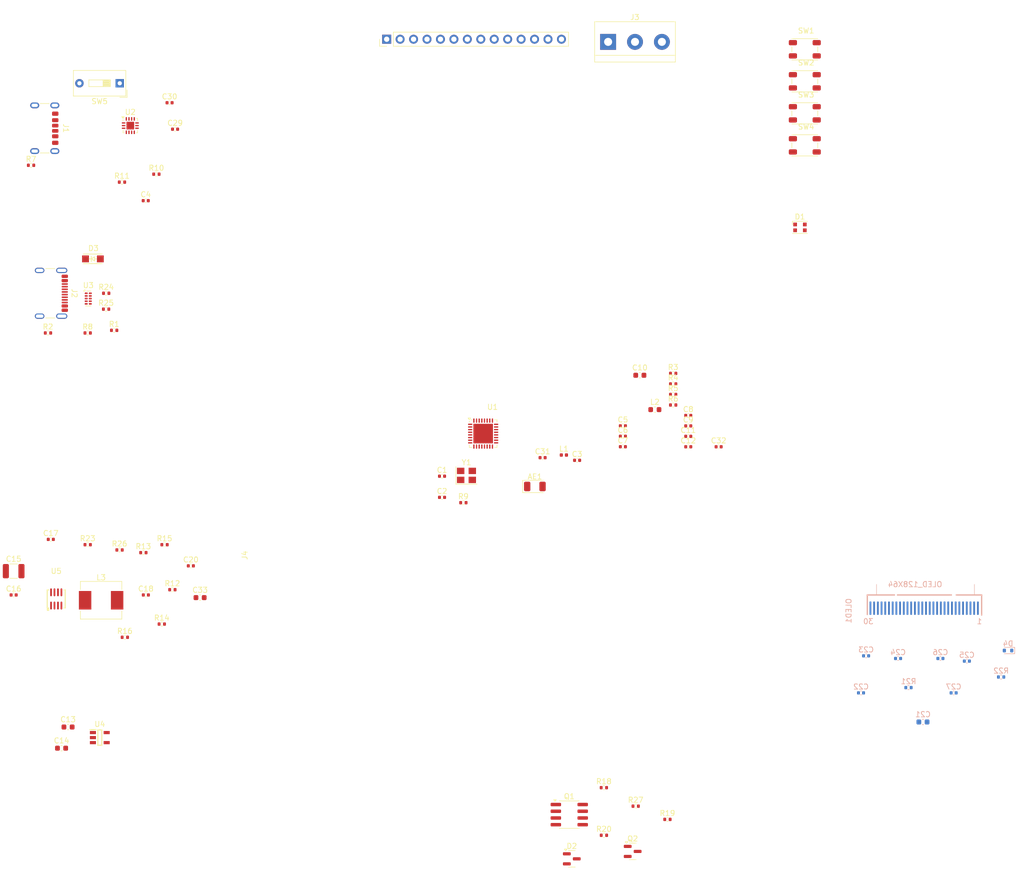
<source format=kicad_pcb>
(kicad_pcb (version 20240108) (generator "pcbnew") (generator_version "8.0")
  (layers (0 "F.Cu" signal) (1 "In1.Cu" signal) (2 "In2.Cu" signal) (31 "B.Cu" signal) (34 "B.Paste" user) (35 "F.Paste" user) (36 "B.SilkS" user "B.Silkscreen") (37 "F.SilkS" user "F.Silkscreen") (38 "B.Mask" user) (39 "F.Mask" user) (44 "Edge.Cuts" user))
  (net 0 "")
  (net 2 "Net-(AE1-FEED)")
  (net 3 "Net-(C1-Pad1)")
  (net 4 "GND")
  (net 5 "Net-(U1-XTAL_N)")
  (net 6 "ANT")
  (net 7 "ADC_VBUS")
  (net 8 "ESP_EN")
  (net 9 "VCC")
  (net 10 "Net-(C12-Pad2)")
  (net 11 "+5V")
  (net 12 "VBUS")
  (net 13 "Net-(U5-VCC)")
  (net 14 "Net-(U5-SW)")
  (net 15 "Net-(C18-Pad1)")
  (net 16 "Net-(C20-Pad1)")
  (net 17 "Net-(OLED1-VCC)")
  (net 18 "Net-(OLED1-VCOMH)")
  (net 19 "Net-(OLED1-C2P)")
  (net 20 "Net-(OLED1-C2N)")
  (net 21 "Net-(OLED1-C1P)")
  (net 22 "Net-(OLED1-C1N)")
  (net 23 "Net-(D4-A)")
  (net 24 "Net-(U1-VDD_SPI)")
  (net 25 "LED_PIN")
  (net 28 "Net-(D2-A)")
  (net 29 "Net-(D3-A)")
  (net 30 "Net-(J1-SHIELD)")
  (net 31 "CC2")
  (net 32 "CC1")
  (net 33 "Net-(J2-CC2)")
  (net 34 "D-")
  (net 35 "D+")
  (net 36 "Net-(J2-SHIELD)")
  (net 39 "Net-(J2-CC1)")
  (net 40 "VOUT")
  (net 41 "GPIO4")
  (net 42 "SDA")
  (net 43 "GPIO6")
  (net 44 "U0TXD")
  (net 45 "GPIO0")
  (net 46 "SCL")
  (net 47 "INT")
  (net 48 "U0RXD")
  (net 49 "GPIO7")
  (net 50 "GPIO5")
  (net 57 "Net-(OLED1-IREF)")
  (net 60 "Net-(Q2-B)")
  (net 61 "Net-(Q2-C)")
  (net 62 "Net-(U1-XTAL_P)")
  (net 63 "Net-(U2-VBUS)")
  (net 64 "Net-(U5-BST)")
  (net 65 "Net-(U5-EN{slash}SYNC)")
  (net 66 "Net-(U5-FB)")
  (net 67 "MOS_EN")
  (net 68 "Net-(U5-PG)")
  (net 69 "Net-(U1-USB_D-)")
  (net 70 "Net-(U1-USB_D+)")
  (footprint "pb_board:Button SMD 3x4" (layer "F.Cu") (at 187 29.95)
    (property "Reference" "SW2" (at 0.25 -3.5 0) (layer "F.SilkS"))
    (property "Value" "Reset")
    (pad "1" smd roundrect (at -2.25 -1.25) (size 1.55 1) (layers "F.Cu" "F.Paste" "F.Mask") (net 8 "ESP_EN"))
    (pad "1" smd roundrect (at 2.25 -1.25) (size 1.55 1) (layers "F.Cu" "F.Paste" "F.Mask") (net 8 "ESP_EN"))
    (pad "2" smd roundrect (at -2.25 1.25) (size 1.55 1) (layers "F.Cu" "F.Paste" "F.Mask") (net 4 "GND"))
    (pad "2" smd roundrect (at 2.25 1.25) (size 1.55 1) (layers "F.Cu" "F.Paste" "F.Mask") (net 4 "GND"))
  )
  (footprint "Capacitor_SMD:C_0603_1608Metric" (layer "F.Cu") (at 72.745 127.5)
    (property "Reference" "C33" (at 0 -1.43 0) (layer "F.SilkS"))
    (property "Value" "22 uF")
    (pad "1" smd roundrect (at -0.775 0) (size 0.9 0.95) (layers "F.Cu" "F.Paste" "F.Mask") (net 4 "GND"))
    (pad "2" smd roundrect (at 0.775 0) (size 0.9 0.95) (layers "F.Cu" "F.Paste" "F.Mask") (net 11 "+5V"))
  )
  (footprint "Resistor_SMD:R_0402_1005Metric" (layer "F.Cu") (at 65.51 132.5)
    (property "Reference" "R14" (at 0 -1.17 0) (layer "F.SilkS"))
    (property "Value" "41.2k")
    (pad "1" smd roundrect (at -0.51 0) (size 0.54 0.64) (layers "F.Cu" "F.Paste" "F.Mask") (net 16 "Net-(C20-Pad1)"))
    (pad "2" smd roundrect (at 0.51 0) (size 0.54 0.64) (layers "F.Cu" "F.Paste" "F.Mask") (net 11 "+5V"))
  )
  (footprint "Capacitor_SMD:C_0402_1005Metric" (layer "F.Cu") (at 44.54 116.5)
    (property "Reference" "C17" (at 0 -1.16 0) (layer "F.SilkS"))
    (property "Value" "0.1 uF")
    (pad "1" smd roundrect (at -0.48 0) (size 0.56 0.62) (layers "F.Cu" "F.Paste" "F.Mask") (net 4 "GND"))
    (pad "2" smd roundrect (at 0.48 0) (size 0.56 0.62) (layers "F.Cu" "F.Paste" "F.Mask") (net 13 "Net-(U5-VCC)"))
  )
  (footprint "Resistor_SMD:R_0402_1005Metric" (layer "F.Cu") (at 161.0475 169.405)
    (property "Reference" "R19" (at 0 -1.17 0) (layer "F.SilkS"))
    (property "Value" "10k")
    (pad "1" smd roundrect (at -0.51 0) (size 0.54 0.64) (layers "F.Cu" "F.Paste" "F.Mask") (net 4 "GND"))
    (pad "2" smd roundrect (at 0.51 0) (size 0.54 0.64) (layers "F.Cu" "F.Paste" "F.Mask") (net 60 "Net-(Q2-B)"))
  )
  (footprint "Resistor_SMD:R_0402_1005Metric" (layer "F.Cu") (at 122.49 109.56)
    (property "Reference" "R9" (at 0 -1.17 0) (layer "F.SilkS"))
    (property "Value" "0")
    (pad "1" smd roundrect (at -0.51 0) (size 0.54 0.64) (layers "F.Cu" "F.Paste" "F.Mask") (net 62 "Net-(U1-XTAL_P)"))
    (pad "2" smd roundrect (at 0.51 0) (size 0.54 0.64) (layers "F.Cu" "F.Paste" "F.Mask") (net 3 "Net-(C1-Pad1)"))
  )
  (footprint "TerminalBlock:TerminalBlock_bornier-3_P5.08mm" (layer "F.Cu") (at 149.84 22.5)
    (property "Reference" "J3" (at 5.05 -4.65 0) (layer "F.SilkS"))
    (property "Value" "Power Out")
    (pad "1" thru_hole rect (at 0 0) (size 3 3) (drill 1.52) (layers "*.Cu" "*.Mask") (net 12 "VBUS"))
    (pad "2" thru_hole circle (at 5.08 0) (size 3 3) (drill 1.52) (layers "*.Cu" "*.Mask") (net 40 "VOUT"))
    (pad "3" thru_hole circle (at 10.16 0) (size 3 3) (drill 1.52) (layers "*.Cu" "*.Mask") (net 4 "GND"))
  )
  (footprint "Connector_USB:USB_C_Receptacle_GCT_USB4125-xx-x-0190_6P_TopMnt_Horizontal" (layer "F.Cu") (at 42.3 38.82 -90)
    (property "Reference" "J1" (at 0 -5.1 -90) (layer "F.SilkS"))
    (property "Value" "USB C Power")
    (pad "A5" smd roundrect (at -0.5 -3.08 270) (size 0.7 1.2) (layers "F.Cu" "F.Paste" "F.Mask") (net 32 "CC1"))
    (pad "A9" smd roundrect (at 1.52 -3.08 90) (size 0.76 1.2) (layers "F.Cu" "F.Paste" "F.Mask") (net 12 "VBUS"))
    (pad "A12" smd roundrect (at 2.75 -3.08 90) (size 0.8 1.2) (layers "F.Cu" "F.Paste" "F.Mask") (net 4 "GND"))
    (pad "B5" smd roundrect (at 0.5 -3.08 90) (size 0.7 1.2) (layers "F.Cu" "F.Paste" "F.Mask") (net 31 "CC2"))
    (pad "B9" smd roundrect (at -1.52 -3.08 270) (size 0.76 1.2) (layers "F.Cu" "F.Paste" "F.Mask") (net 12 "VBUS"))
    (pad "B12" smd roundrect (at -2.75 -3.08 270) (size 0.8 1.2) (layers "F.Cu" "F.Paste" "F.Mask") (net 4 "GND"))
    (pad "S1" thru_hole oval (at -4.32 -3 270) (size 1.1 1.7) (drill oval 0.6 1.2) (layers "*.Cu" "*.Mask" "F.Paste") (net 30 "Net-(J1-SHIELD)"))
    (pad "S1" thru_hole oval (at -4.32 0.8 270) (size 1.1 1.7) (drill oval 0.6 1.2) (layers "*.Cu" "*.Mask" "F.Paste") (net 30 "Net-(J1-SHIELD)"))
    (pad "S1" thru_hole oval (at 4.32 -3 270) (size 1.1 1.7) (drill oval 0.6 1.2) (layers "*.Cu" "*.Mask" "F.Paste") (net 30 "Net-(J1-SHIELD)"))
    (pad "S1" thru_hole oval (at 4.32 0.8 270) (size 1.1 1.7) (drill oval 0.6 1.2) (layers "*.Cu" "*.Mask" "F.Paste") (net 30 "Net-(J1-SHIELD)"))
  )
  (footprint "Capacitor_SMD:C_1210_3225Metric" (layer "F.Cu") (at 37.52 122.5)
    (property "Reference" "C15" (at 0 -2.3 0) (layer "F.SilkS"))
    (property "Value" "10 uF")
    (pad "1" smd roundrect (at -1.475 0) (size 1.15 2.7) (layers "F.Cu" "F.Paste" "F.Mask") (roundrect_rratio 0.217391) (net 4 "GND"))
    (pad "2" smd roundrect (at 1.475 0) (size 1.15 2.7) (layers "F.Cu" "F.Paste" "F.Mask") (roundrect_rratio 0.217391) (net 12 "VBUS"))
  )
  (footprint "Resistor_SMD:R_0402_1005Metric" (layer "F.Cu") (at 51.51 77.5)
    (property "Reference" "R8" (at 0 -1.17 0) (layer "F.SilkS"))
    (property "Value" "5.1k")
    (pad "1" smd roundrect (at -0.51 0) (size 0.54 0.64) (layers "F.Cu" "F.Paste" "F.Mask") (net 4 "GND"))
    (pad "2" smd roundrect (at 0.51 0) (size 0.54 0.64) (layers "F.Cu" "F.Paste" "F.Mask") (net 33 "Net-(J2-CC2)"))
  )
  (footprint "Resistor_SMD:R_0402_1005Metric" (layer "F.Cu") (at 66.03 117.5)
    (property "Reference" "R15" (at 0 -1.17 0) (layer "F.SilkS"))
    (property "Value" "51k")
    (pad "1" smd roundrect (at -0.51 0) (size 0.54 0.64) (layers "F.Cu" "F.Paste" "F.Mask") (net 16 "Net-(C20-Pad1)"))
    (pad "2" smd roundrect (at 0.51 0) (size 0.54 0.64) (layers "F.Cu" "F.Paste" "F.Mask") (net 66 "Net-(U5-FB)"))
  )
  (footprint "Package_SON:USON-10_2.5x1.0mm_P0.5mm" (layer "F.Cu") (at 51.615 71)
    (property "Reference" "U3" (at 0.01829 -2.5 0) (layer "F.SilkS"))
    (property "Value" "TPD4E05U06DQA")
    (pad "1" smd roundrect (at -0.385 -1 270) (size 0.3 0.55) (layers "F.Cu" "F.Paste" "F.Mask") (net 32 "CC1"))
    (pad "2" smd roundrect (at -0.385 -0.5 270) (size 0.3 0.55) (layers "F.Cu" "F.Paste" "F.Mask") (net 31 "CC2"))
    (pad "3" smd roundrect (at -0.385 0 270) (size 0.3 0.55) (layers "F.Cu" "F.Paste" "F.Mask") (net 4 "GND"))
    (pad "4" smd roundrect (at -0.385 0.5 270) (size 0.3 0.55) (layers "F.Cu" "F.Paste" "F.Mask") (net 34 "D-"))
    (pad "5" smd roundrect (at -0.385 1 270) (size 0.3 0.55) (layers "F.Cu" "F.Paste" "F.Mask") (net 35 "D+"))
    (pad "6" smd roundrect (at 0.385 1 270) (size 0.3 0.55) (layers "F.Cu" "F.Paste" "F.Mask") (net 35 "D+"))
    (pad "7" smd roundrect (at 0.385 0.5 270) (size 0.3 0.55) (layers "F.Cu" "F.Paste" "F.Mask") (net 34 "D-"))
    (pad "8" smd roundrect (at 0.385 0 270) (size 0.3 0.55) (layers "F.Cu" "F.Paste" "F.Mask") (net 4 "GND"))
    (pad "9" smd roundrect (at 0.385 -0.5 270) (size 0.3 0.55) (layers "F.Cu" "F.Paste" "F.Mask") (net 31 "CC2"))
    (pad "10" smd roundrect (at 0.385 -1 270) (size 0.3 0.55) (layers "F.Cu" "F.Paste" "F.Mask") (net 32 "CC1"))
  )
  (footprint "Resistor_SMD:R_0402_1005Metric" (layer "F.Cu") (at 162.13 91.11)
    (property "Reference" "R6" (at 0 -1.17 0) (layer "F.SilkS"))
    (property "Value" "4.7K")
    (pad "1" smd roundrect (at -0.51 0) (size 0.54 0.64) (layers "F.Cu" "F.Paste" "F.Mask") (net 42 "SDA"))
    (pad "2" smd roundrect (at 0.51 0) (size 0.54 0.64) (layers "F.Cu" "F.Paste" "F.Mask") (net 9 "VCC"))
  )
  (footprint "Package_TO_SOT_SMD:SOT-23" (layer "F.Cu") (at 142.975 176.855)
    (property "Reference" "D2" (at 0 -2.4 0) (layer "F.SilkS"))
    (property "Value" "BZX84C15")
    (pad "1" smd roundrect (at -0.9375 -0.95) (size 1.475 0.6) (layers "F.Cu" "F.Paste" "F.Mask") (net 28 "Net-(D2-A)"))
    (pad "2" smd roundrect (at -0.9375 0.95) (size 1.475 0.6) (layers "F.Cu" "F.Paste" "F.Mask"))
    (pad "3" smd roundrect (at 0.9375 0) (size 1.475 0.6) (layers "F.Cu" "F.Paste" "F.Mask") (net 12 "VBUS"))
  )
  (footprint "Inductor_SMD:L_0603_1608Metric" (layer "F.Cu") (at 158.67 91.98)
    (property "Reference" "L2" (at 0 -1.43 0) (layer "F.SilkS"))
    (property "Value" "2.2 nH")
    (pad "1" smd roundrect (at -0.7875 0) (size 0.875 0.95) (layers "F.Cu" "F.Paste" "F.Mask") (net 9 "VCC"))
    (pad "2" smd roundrect (at 0.7875 0) (size 0.875 0.95) (layers "F.Cu" "F.Paste" "F.Mask") (net 10 "Net-(C12-Pad2)"))
  )
  (footprint "Resistor_SMD:R_0402_1005Metric" (layer "F.Cu") (at 62.03 119)
    (property "Reference" "R13" (at 0 -1.17 0) (layer "F.SilkS"))
    (property "Value" "390k")
    (pad "1" smd roundrect (at -0.51 0) (size 0.54 0.64) (layers "F.Cu" "F.Paste" "F.Mask") (net 12 "VBUS"))
    (pad "2" smd roundrect (at 0.51 0) (size 0.54 0.64) (layers "F.Cu" "F.Paste" "F.Mask") (net 65 "Net-(U5-EN{slash}SYNC)"))
  )
  (footprint "Capacitor_SMD:C_0402_1005Metric" (layer "F.Cu") (at 66.98 34)
    (property "Reference" "C30" (at 0 -1.16 0) (layer "F.SilkS"))
    (property "Value" "1 uF")
    (pad "1" smd roundrect (at -0.48 0) (size 0.56 0.62) (layers "F.Cu" "F.Paste" "F.Mask") (net 4 "GND"))
    (pad "2" smd roundrect (at 0.48 0) (size 0.56 0.62) (layers "F.Cu" "F.Paste" "F.Mask") (net 11 "+5V"))
  )
  (footprint "Resistor_SMD:R_0402_1005Metric" (layer "F.Cu") (at 67.51 126)
    (property "Reference" "R12" (at 0 -1.17 0) (layer "F.SilkS"))
    (property "Value" "20")
    (pad "1" smd roundrect (at -0.51 0) (size 0.54 0.64) (layers "F.Cu" "F.Paste" "F.Mask") (net 64 "Net-(U5-BST)"))
    (pad "2" smd roundrect (at 0.51 0) (size 0.54 0.64) (layers "F.Cu" "F.Paste" "F.Mask") (net 15 "Net-(C18-Pad1)"))
  )
  (footprint "pb_board:Button SMD 3x4" (layer "F.Cu") (at 187 42.05)
    (property "Reference" "SW4" (at 0.25 -3.5 0) (layer "F.SilkS"))
    (property "Value" "Down")
    (pad "1" smd roundrect (at -2.25 -1.25) (size 1.55 1) (layers "F.Cu" "F.Paste" "F.Mask") (net 49 "GPIO7"))
    (pad "1" smd roundrect (at 2.25 -1.25) (size 1.55 1) (layers "F.Cu" "F.Paste" "F.Mask") (net 49 "GPIO7"))
    (pad "2" smd roundrect (at -2.25 1.25) (size 1.55 1) (layers "F.Cu" "F.Paste" "F.Mask") (net 4 "GND"))
    (pad "2" smd roundrect (at 2.25 1.25) (size 1.55 1) (layers "F.Cu" "F.Paste" "F.Mask") (net 4 "GND"))
  )
  (footprint "Capacitor_SMD:C_0402_1005Metric" (layer "F.Cu") (at 164.98 97.03)
    (property "Reference" "C11" (at 0 -1.16 0) (layer "F.SilkS"))
    (property "Value" "0.1 uF")
    (pad "1" smd roundrect (at -0.48 0) (size 0.56 0.62) (layers "F.Cu" "F.Paste" "F.Mask") (net 4 "GND"))
    (pad "2" smd roundrect (at 0.48 0) (size 0.56 0.62) (layers "F.Cu" "F.Paste" "F.Mask") (net 9 "VCC"))
  )
  (footprint "Capacitor_SMD:C_0402_1005Metric" (layer "F.Cu") (at 164.98 93.09)
    (property "Reference" "C8" (at 0 -1.16 0) (layer "F.SilkS"))
    (property "Value" "10 nF")
    (pad "1" smd roundrect (at -0.48 0) (size 0.56 0.62) (layers "F.Cu" "F.Paste" "F.Mask") (net 4 "GND"))
    (pad "2" smd roundrect (at 0.48 0) (size 0.56 0.62) (layers "F.Cu" "F.Paste" "F.Mask") (net 9 "VCC"))
  )
  (footprint "Capacitor_SMD:C_0402_1005Metric" (layer "F.Cu") (at 118.46 104.56)
    (property "Reference" "C1" (at 0 -1.16 0) (layer "F.SilkS"))
    (property "Value" "12p")
    (pad "1" smd roundrect (at -0.48 0) (size 0.56 0.62) (layers "F.Cu" "F.Paste" "F.Mask") (net 3 "Net-(C1-Pad1)"))
    (pad "2" smd roundrect (at 0.48 0) (size 0.56 0.62) (layers "F.Cu" "F.Paste" "F.Mask") (net 4 "GND"))
  )
  (footprint "Resistor_SMD:R_0402_1005Metric" (layer "F.Cu") (at 57.99 49)
    (property "Reference" "R11" (at 0 -1.17 0) (layer "F.SilkS"))
    (property "Value" "10K")
    (pad "1" smd roundrect (at -0.51 0) (size 0.54 0.64) (layers "F.Cu" "F.Paste" "F.Mask") (net 7 "ADC_VBUS"))
    (pad "2" smd roundrect (at 0.51 0) (size 0.54 0.64) (layers "F.Cu" "F.Paste" "F.Mask") (net 4 "GND"))
  )
  (footprint "Resistor_SMD:R_0402_1005Metric" (layer "F.Cu") (at 162.13 89.12)
    (property "Reference" "R5" (at 0 -1.17 0) (layer "F.SilkS"))
    (property "Value" "10K")
    (pad "1" smd roundrect (at -0.51 0) (size 0.54 0.64) (layers "F.Cu" "F.Paste" "F.Mask") (net 9 "VCC"))
    (pad "2" smd roundrect (at 0.51 0) (size 0.54 0.64) (layers "F.Cu" "F.Paste" "F.Mask") (net 8 "ESP_EN"))
  )
  (footprint "Resistor_SMD:R_0402_1005Metric" (layer "F.Cu") (at 56.51 77)
    (property "Reference" "R1" (at 0 -1.17 0) (layer "F.SilkS"))
    (property "Value" "5.1k")
    (pad "1" smd roundrect (at -0.51 0) (size 0.54 0.64) (layers "F.Cu" "F.Paste" "F.Mask") (net 39 "Net-(J2-CC1)"))
    (pad "2" smd roundrect (at 0.51 0) (size 0.54 0.64) (layers "F.Cu" "F.Paste" "F.Mask") (net 4 "GND"))
  )
  (footprint "Resistor_SMD:R_0402_1005Metric" (layer "F.Cu") (at 51.51 117.5)
    (property "Reference" "R23" (at 0 -1.17 0) (layer "F.SilkS"))
    (property "Value" "100K")
    (pad "1" smd roundrect (at -0.51 0) (size 0.54 0.64) (layers "F.Cu" "F.Paste" "F.Mask") (net 9 "VCC"))
    (pad "2" smd roundrect (at 0.51 0) (size 0.54 0.64) (layers "F.Cu" "F.Paste" "F.Mask") (net 68 "Net-(U5-PG)"))
  )
  (footprint "Resistor_SMD:R_0402_1005Metric" (layer "F.Cu") (at 149.0475 172.405)
    (property "Reference" "R20" (at 0 -1.17 0) (layer "F.SilkS"))
    (property "Value" "4.7k")
    (pad "1" smd roundrect (at -0.51 0) (size 0.54 0.64) (layers "F.Cu" "F.Paste" "F.Mask") (net 12 "VBUS"))
    (pad "2" smd roundrect (at 0.51 0) (size 0.54 0.64) (layers "F.Cu" "F.Paste" "F.Mask") (net 28 "Net-(D2-A)"))
  )
  (footprint "Capacitor_SMD:C_0402_1005Metric" (layer "F.Cu") (at 37.52 127)
    (property "Reference" "C16" (at 0 -1.16 0) (layer "F.SilkS"))
    (property "Value" "0.1 uF")
    (pad "1" smd roundrect (at -0.48 0) (size 0.56 0.62) (layers "F.Cu" "F.Paste" "F.Mask") (net 4 "GND"))
    (pad "2" smd roundrect (at 0.48 0) (size 0.56 0.62) (layers "F.Cu" "F.Paste" "F.Mask") (net 12 "VBUS"))
  )
  (footprint "Capacitor_SMD:C_0402_1005Metric" (layer "F.Cu") (at 118.46 108.56)
    (property "Reference" "C2" (at 0 -1.16 0) (layer "F.SilkS"))
    (property "Value" "12p")
    (pad "1" smd roundrect (at -0.48 0) (size 0.56 0.62) (layers "F.Cu" "F.Paste" "F.Mask") (net 4 "GND"))
    (pad "2" smd roundrect (at 0.48 0) (size 0.56 0.62) (layers "F.Cu" "F.Paste" "F.Mask") (net 5 "Net-(U1-XTAL_N)"))
  )
  (footprint "Resistor_SMD:R_0402_1005Metric" (layer "F.Cu") (at 44.01 77.5)
    (property "Reference" "R2" (at 0 -1.17 0) (layer "F.SilkS"))
    (property "Value" "~")
    (pad "1" smd roundrect (at -0.51 0) (size 0.54 0.64) (layers "F.Cu" "F.Paste" "F.Mask") (net 36 "Net-(J2-SHIELD)"))
    (pad "2" smd roundrect (at 0.51 0) (size 0.54 0.64) (layers "F.Cu" "F.Paste" "F.Mask") (net 4 "GND"))
  )
  (footprint "Package_SO:SOP-8_3.76x4.96mm_P1.27mm" (layer "F.Cu") (at 142.5 168.5)
    (property "Reference" "Q1" (at 0 -3.43 0) (layer "F.SilkS"))
    (property "Value" "IRF7416")
    (pad "1" smd roundrect (at -2.5375 -1.905) (size 1.975 0.65) (layers "F.Cu" "F.Paste" "F.Mask") (net 12 "VBUS"))
    (pad "2" smd roundrect (at -2.5375 -0.635) (size 1.975 0.65) (layers "F.Cu" "F.Paste" "F.Mask") (net 12 "VBUS"))
    (pad "3" smd roundrect (at -2.5375 0.635) (size 1.975 0.65) (layers "F.Cu" "F.Paste" "F.Mask") (net 12 "VBUS"))
    (pad "4" smd roundrect (at -2.5375 1.905) (size 1.975 0.65) (layers "F.Cu" "F.Paste" "F.Mask") (net 28 "Net-(D2-A)"))
    (pad "5" smd roundrect (at 2.5375 1.905) (size 1.975 0.65) (layers "F.Cu" "F.Paste" "F.Mask") (net 40 "VOUT"))
    (pad "6" smd roundrect (at 2.5375 0.635) (size 1.975 0.65) (layers "F.Cu" "F.Paste" "F.Mask") (net 40 "VOUT"))
    (pad "7" smd roundrect (at 2.5375 -0.635) (size 1.975 0.65) (layers "F.Cu" "F.Paste" "F.Mask") (net 40 "VOUT"))
    (pad "8" smd roundrect (at 2.5375 -1.905) (size 1.975 0.65) (layers "F.Cu" "F.Paste" "F.Mask") (net 40 "VOUT"))
  )
  (footprint "pb_board:Button SMD 3x4" (layer "F.Cu") (at 187 36)
    (property "Reference" "SW3" (at 0.25 -3.5 0) (layer "F.SilkS"))
    (property "Value" "Up")
    (pad "1" smd roundrect (at -2.25 -1.25) (size 1.55 1) (layers "F.Cu" "F.Paste" "F.Mask") (net 43 "GPIO6"))
    (pad "1" smd roundrect (at 2.25 -1.25) (size 1.55 1) (layers "F.Cu" "F.Paste" "F.Mask") (net 43 "GPIO6"))
    (pad "2" smd roundrect (at -2.25 1.25) (size 1.55 1) (layers "F.Cu" "F.Paste" "F.Mask") (net 4 "GND"))
    (pad "2" smd roundrect (at 2.25 1.25) (size 1.55 1) (layers "F.Cu" "F.Paste" "F.Mask") (net 4 "GND"))
  )
  (footprint "Capacitor_SMD:C_0603_1608Metric" (layer "F.Cu") (at 155.8325 85.49)
    (property "Reference" "C10" (at 0 -1.43 0) (layer "F.SilkS"))
    (property "Value" "10 uF")
    (pad "1" smd roundrect (at -0.775 0) (size 0.9 0.95) (layers "F.Cu" "F.Paste" "F.Mask") (net 4 "GND"))
    (pad "2" smd roundrect (at 0.775 0) (size 0.9 0.95) (layers "F.Cu" "F.Paste" "F.Mask") (net 9 "VCC"))
  )
  (footprint "Capacitor_SMD:C_0603_1608Metric" (layer "F.Cu") (at 47.8 151.95)
    (property "Reference" "C13" (at 0 -1.43 0) (layer "F.SilkS"))
    (property "Value" "10 uF")
    (pad "1" smd roundrect (at -0.775 0) (size 0.9 0.95) (layers "F.Cu" "F.Paste" "F.Mask") (net 4 "GND"))
    (pad "2" smd roundrect (at 0.775 0) (size 0.9 0.95) (layers "F.Cu" "F.Paste" "F.Mask") (net 11 "+5V"))
  )
  (footprint "Capacitor_SMD:C_0402_1005Metric" (layer "F.Cu") (at 143.98 101.56)
    (property "Reference" "C3" (at 0 -1.16 0) (layer "F.SilkS"))
    (property "Value" "~")
    (pad "1" smd roundrect (at -0.48 0) (size 0.56 0.62) (layers "F.Cu" "F.Paste" "F.Mask") (net 6 "ANT"))
    (pad "2" smd roundrect (at 0.48 0) (size 0.56 0.62) (layers "F.Cu" "F.Paste" "F.Mask") (net 4 "GND"))
  )
  (footprint "Resistor_SMD:R_0402_1005Metric" (layer "F.Cu") (at 162.13 87.13)
    (property "Reference" "R4" (at 0 -1.17 0) (layer "F.SilkS"))
    (property "Value" "4.7K")
    (pad "1" smd roundrect (at -0.51 0) (size 0.54 0.64) (layers "F.Cu" "F.Paste" "F.Mask") (net 47 "INT"))
    (pad "2" smd roundrect (at 0.51 0) (size 0.54 0.64) (layers "F.Cu" "F.Paste" "F.Mask") (net 9 "VCC"))
  )
  (footprint "pb_board:SOT23-5" (layer "F.Cu") (at 53.8 153.95)
    (property "Reference" "U4" (at 0 -2.54 0) (layer "F.SilkS"))
    (property "Value" "ME6217C33M5G")
    (pad "1" smd rect (at -1.3 -0.95) (size 1.15 0.6) (layers "F.Cu" "F.Paste" "F.Mask") (net 11 "+5V"))
    (pad "2" smd rect (at -1.3 0) (size 1.15 0.6) (layers "F.Cu" "F.Paste" "F.Mask") (net 4 "GND"))
    (pad "3" smd rect (at -1.3 0.95) (size 1.15 0.6) (layers "F.Cu" "F.Paste" "F.Mask") (net 11 "+5V"))
    (pad "4" smd rect (at 1.3 0.95) (size 1.15 0.6) (layers "F.Cu" "F.Paste" "F.Mask"))
    (pad "5" smd rect (at 1.3 -0.95) (size 1.15 0.6) (layers "F.Cu" "F.Paste" "F.Mask") (net 9 "VCC"))
  )
  (footprint "Resistor_SMD:R_0402_1005Metric" (layer "F.Cu") (at 40.81 45.82)
    (property "Reference" "R7" (at 0 -1.17 0) (layer "F.SilkS"))
    (property "Value" "~")
    (pad "1" smd roundrect (at -0.51 0) (size 0.54 0.64) (layers "F.Cu" "F.Paste" "F.Mask") (net 30 "Net-(J1-SHIELD)"))
    (pad "2" smd roundrect (at 0.51 0) (size 0.54 0.64) (layers "F.Cu" "F.Paste" "F.Mask") (net 4 "GND"))
  )
  (footprint "Resistor_SMD:R_0402_1005Metric" (layer "F.Cu") (at 54.99 73)
    (property "Reference" "R25" (at 0 -1.17 0) (layer "F.SilkS"))
    (property "Value" "0")
    (pad "1" smd roundrect (at -0.51 0) (size 0.54 0.64) (layers "F.Cu" "F.Paste" "F.Mask") (net 70 "Net-(U1-USB_D+)"))
    (pad "2" smd roundrect (at 0.51 0) (size 0.54 0.64) (layers "F.Cu" "F.Paste" "F.Mask") (net 34 "D-"))
  )
  (footprint "Capacitor_SMD:C_0402_1005Metric" (layer "F.Cu") (at 164.98 95.06)
    (property "Reference" "C9" (at 0 -1.16 0) (layer "F.SilkS"))
    (property "Value" "1 uF")
    (pad "1" smd roundrect (at -0.48 0) (size 0.56 0.62) (layers "F.Cu" "F.Paste" "F.Mask") (net 4 "GND"))
    (pad "2" smd roundrect (at 0.48 0) (size 0.56 0.62) (layers "F.Cu" "F.Paste" "F.Mask") (net 9 "VCC"))
  )
  (footprint "Crystal:Crystal_SMD_3225-4Pin_3.2x2.5mm" (layer "F.Cu") (at 123.08 104.41)
    (property "Reference" "Y1" (at 0 -2.45 0) (layer "F.SilkS"))
    (property "Value" "40 MHz")
    (pad "1" smd rect (at -1.1 0.85) (size 1.4 1.2) (layers "F.Cu" "F.Paste" "F.Mask") (net 3 "Net-(C1-Pad1)"))
    (pad "2" smd rect (at 1.1 0.85) (size 1.4 1.2) (layers "F.Cu" "F.Paste" "F.Mask") (net 4 "GND"))
    (pad "3" smd rect (at 1.1 -0.85) (size 1.4 1.2) (layers "F.Cu" "F.Paste" "F.Mask") (net 5 "Net-(U1-XTAL_N)"))
    (pad "4" smd rect (at -1.1 -0.85) (size 1.4 1.2) (layers "F.Cu" "F.Paste" "F.Mask") (net 4 "GND"))
  )
  (footprint "pb_board:Button SMD 3x4" (layer "F.Cu") (at 187 23.9)
    (property "Reference" "SW1" (at 0.25 -3.5 0) (layer "F.SilkS"))
    (property "Value" "Boot")
    (pad "1" smd roundrect (at -2.25 -1.25) (size 1.55 1) (layers "F.Cu" "F.Paste" "F.Mask") (net 42 "SDA"))
    (pad "1" smd roundrect (at 2.25 -1.25) (size 1.55 1) (layers "F.Cu" "F.Paste" "F.Mask") (net 42 "SDA"))
    (pad "2" smd roundrect (at -2.25 1.25) (size 1.55 1) (layers "F.Cu" "F.Paste" "F.Mask") (net 4 "GND"))
    (pad "2" smd roundrect (at 2.25 1.25) (size 1.55 1) (layers "F.Cu" "F.Paste" "F.Mask") (net 4 "GND"))
  )
  (footprint "Resistor_SMD:R_0402_1005Metric" (layer "F.Cu") (at 162.13 85.14)
    (property "Reference" "R3" (at 0 -1.17 0) (layer "F.SilkS"))
    (property "Value" "4.7K")
    (pad "1" smd roundrect (at -0.51 0) (size 0.54 0.64) (layers "F.Cu" "F.Paste" "F.Mask") (net 46 "SCL"))
    (pad "2" smd roundrect (at 0.51 0) (size 0.54 0.64) (layers "F.Cu" "F.Paste" "F.Mask") (net 9 "VCC"))
  )
  (footprint "Button_Switch_THT:SW_DIP_SPSTx01_Slide_9.78x4.72mm_W7.62mm_P2.54mm" (layer "F.Cu") (at 57.5675 30.32 180)
    (property "Reference" "SW5" (at 3.81 -3.42 0) (layer "F.SilkS"))
    (property "Value" "VBUS Switch")
    (pad "1" thru_hole rect (at 0 0 180) (size 1.6 1.6) (drill 0.8) (layers "*.Cu" "*.Mask") (net 63 "Net-(U2-VBUS)"))
    (pad "2" thru_hole oval (at 7.62 0 180) (size 1.6 1.6) (drill 0.8) (layers "*.Cu" "*.Mask") (net 12 "VBUS"))
  )
  (footprint "Package_DFN_QFN:QFN-32-1EP_5x5mm_P0.5mm_EP3.7x3.7mm" (layer "F.Cu") (at 126.23 96.51)
    (property "Reference" "U1" (at 1.77 -5.01 0) (layer "F.SilkS"))
    (property "Value" "ESP32-C3")
    (pad "1" smd roundrect (at -2.45 -1.75) (size 0.8 0.25) (layers "F.Cu" "F.Paste" "F.Mask") (net 6 "ANT"))
    (pad "2" smd roundrect (at -2.45 -1.25) (size 0.8 0.25) (layers "F.Cu" "F.Paste" "F.Mask") (net 10 "Net-(C12-Pad2)"))
    (pad "3" smd roundrect (at -2.45 -0.75) (size 0.8 0.25) (layers "F.Cu" "F.Paste" "F.Mask") (net 10 "Net-(C12-Pad2)"))
    (pad "4" smd roundrect (at -2.45 -0.25) (size 0.8 0.25) (layers "F.Cu" "F.Paste" "F.Mask") (net 45 "GPIO0"))
    (pad "5" smd roundrect (at -2.45 0.25) (size 0.8 0.25) (layers "F.Cu" "F.Paste" "F.Mask") (net 25 "LED_PIN"))
    (pad "6" smd roundrect (at -2.45 0.75) (size 0.8 0.25) (layers "F.Cu" "F.Paste" "F.Mask") (net 47 "INT"))
    (pad "7" smd roundrect (at -2.45 1.25) (size 0.8 0.25) (layers "F.Cu" "F.Paste" "F.Mask") (net 8 "ESP_EN"))
    (pad "8" smd roundrect (at -2.45 1.75) (size 0.8 0.25) (layers "F.Cu" "F.Paste" "F.Mask") (net 7 "ADC_VBUS"))
    (pad "9" smd roundrect (at -1.75 2.45) (size 0.25 0.8) (layers "F.Cu" "F.Paste" "F.Mask") (net 41 "GPIO4"))
    (pad "10" smd roundrect (at -1.25 2.45) (size 0.25 0.8) (layers "F.Cu" "F.Paste" "F.Mask") (net 50 "GPIO5"))
    (pad "11" smd roundrect (at -0.75 2.45) (size 0.25 0.8) (layers "F.Cu" "F.Paste" "F.Mask") (net 9 "VCC"))
    (pad "12" smd roundrect (at -0.25 2.45) (size 0.25 0.8) (layers "F.Cu" "F.Paste" "F.Mask") (net 43 "GPIO6"))
    (pad "13" smd roundrect (at 0.25 2.45) (size 0.25 0.8) (layers "F.Cu" "F.Paste" "F.Mask") (net 49 "GPIO7"))
    (pad "14" smd roundrect (at 0.75 2.45) (size 0.25 0.8) (layers "F.Cu" "F.Paste" "F.Mask") (net 46 "SCL"))
    (pad "15" smd roundrect (at 1.25 2.45) (size 0.25 0.8) (layers "F.Cu" "F.Paste" "F.Mask") (net 42 "SDA"))
    (pad "16" smd roundrect (at 1.75 2.45) (size 0.25 0.8) (layers "F.Cu" "F.Paste" "F.Mask") (net 67 "MOS_EN"))
    (pad "17" smd roundrect (at 2.45 1.75) (size 0.8 0.25) (layers "F.Cu" "F.Paste" "F.Mask") (net 9 "VCC"))
    (pad "18" smd roundrect (at 2.45 1.25) (size 0.8 0.25) (layers "F.Cu" "F.Paste" "F.Mask") (net 24 "Net-(U1-VDD_SPI)"))
    (pad "19" smd roundrect (at 2.45 0.75) (size 0.8 0.25) (layers "F.Cu" "F.Paste" "F.Mask"))
    (pad "20" smd roundrect (at 2.45 0.25) (size 0.8 0.25) (layers "F.Cu" "F.Paste" "F.Mask"))
    (pad "21" smd roundrect (at 2.45 -0.25) (size 0.8 0.25) (layers "F.Cu" "F.Paste" "F.Mask"))
    (pad "22" smd roundrect (at 2.45 -0.75) (size 0.8 0.25) (layers "F.Cu" "F.Paste" "F.Mask"))
    (pad "23" smd roundrect (at 2.45 -1.25) (size 0.8 0.25) (layers "F.Cu" "F.Paste" "F.Mask"))
    (pad "24" smd roundrect (at 2.45 -1.75) (size 0.8 0.25) (layers "F.Cu" "F.Paste" "F.Mask"))
    (pad "25" smd roundrect (at 1.75 -2.45) (size 0.25 0.8) (layers "F.Cu" "F.Paste" "F.Mask") (net 69 "Net-(U1-USB_D-)"))
    (pad "26" smd roundrect (at 1.25 -2.45) (size 0.25 0.8) (layers "F.Cu" "F.Paste" "F.Mask") (net 70 "Net-(U1-USB_D+)"))
    (pad "27" smd roundrect (at 0.75 -2.45) (size 0.25 0.8) (layers "F.Cu" "F.Paste" "F.Mask") (net 48 "U0RXD"))
    (pad "28" smd roundrect (at 0.25 -2.45) (size 0.25 0.8) (layers "F.Cu" "F.Paste" "F.Mask") (net 44 "U0TXD"))
    (pad "29" smd roundrect (at -0.25 -2.45) (size 0.25 0.8) (layers "F.Cu" "F.Paste" "F.Mask") (net 5 "Net-(U1-XTAL_N)"))
    (pad "30" smd roundrect (at -0.75 -2.45) (size 0.25 0.8) (layers "F.Cu" "F.Paste" "F.Mask") (net 62 "Net-(U1-XTAL_P)"))
    (pad "31" smd roundrect (at -1.25 -2.45) (size 0.25 0.8) (layers "F.Cu" "F.Paste" "F.Mask") (net 9 "VCC"))
    (pad "32" smd roundrect (at -1.75 -2.45) (size 0.25 0.8) (layers "F.Cu" "F.Paste" "F.Mask") (net 9 "VCC"))
    (pad "33" smd rect (at 0 0) (size 3.7 3.7) (property pad_prop_heatsink) (layers "F.Cu" "F.Mask") (net 4 "GND"))
  )
  (footprint "Resistor_SMD:R_0402_1005Metric" (layer "F.Cu") (at 57.53 118.5)
    (property "Reference" "R26" (at 0 -1.17 0) (layer "F.SilkS"))
    (property "Value" "0")
    (pad "1" smd roundrect (at -0.51 0) (size 0.54 0.64) (layers "F.Cu" "F.Paste" "F.Mask") (net 68 "Net-(U5-PG)"))
    (pad "2" smd roundrect (at 0.51 0) (size 0.54 0.64) (layers "F.Cu" "F.Paste" "F.Mask") (net 45 "GPIO0"))
  )
  (footprint "Capacitor_SMD:C_0402_1005Metric" (layer "F.Cu") (at 152.6275 95.05)
    (property "Reference" "C5" (at 0 -1.16 0) (layer "F.SilkS"))
    (property "Value" "1 uF")
    (pad "1" smd roundrect (at -0.48 0) (size 0.56 0.62) (layers "F.Cu" "F.Paste" "F.Mask") (net 8 "ESP_EN"))
    (pad "2" smd roundrect (at 0.48 0) (size 0.56 0.62) (layers "F.Cu" "F.Paste" "F.Mask") (net 4 "GND"))
  )
  (footprint "Capacitor_SMD:C_0402_1005Metric" (layer "F.Cu") (at 164.98 99)
    (property "Reference" "C12" (at 0 -1.16 0) (layer "F.SilkS"))
    (property "Value" "1 uF")
    (pad "1" smd roundrect (at -0.48 0) (size 0.56 0.62) (layers "F.Cu" "F.Paste" "F.Mask") (net 4 "GND"))
    (pad "2" smd roundrect (at 0.48 0) (size 0.56 0.62) (layers "F.Cu" "F.Paste" "F.Mask") (net 10 "Net-(C12-Pad2)"))
  )
  (footprint "Capacitor_SMD:C_0402_1005Metric" (layer "F.Cu") (at 152.6275 97.02)
    (property "Reference" "C6" (at 0 -1.16 0) (layer "F.SilkS"))
    (property "Value" "0.1 uF")
    (pad "1" smd roundrect (at -0.48 0) (size 0.56 0.62) (layers "F.Cu" "F.Paste" "F.Mask") (net 9 "VCC"))
    (pad "2" smd roundrect (at 0.48 0) (size 0.56 0.62) (layers "F.Cu" "F.Paste" "F.Mask") (net 4 "GND"))
  )
  (footprint "Resistor_SMD:R_0402_1005Metric" (layer "F.Cu") (at 155.0475 166.905)
    (property "Reference" "R27" (at 0 -1.17 0) (layer "F.SilkS"))
    (property "Value" "1k")
    (pad "1" smd roundrect (at -0.51 0) (size 0.54 0.64) (layers "F.Cu" "F.Paste" "F.Mask") (net 28 "Net-(D2-A)"))
    (pad "2" smd roundrect (at 0.51 0) (size 0.54 0.64) (layers "F.Cu" "F.Paste" "F.Mask") (net 61 "Net-(Q2-C)"))
  )
  (footprint "Capacitor_SMD:C_0402_1005Metric" (layer "F.Cu") (at 68.02 39)
    (property "Reference" "C29" (at 0 -1.16 0) (layer "F.SilkS"))
    (property "Value" "1 uF")
    (pad "1" smd roundrect (at -0.48 0) (size 0.56 0.62) (layers "F.Cu" "F.Paste" "F.Mask") (net 4 "GND"))
    (pad "2" smd roundrect (at 0.48 0) (size 0.56 0.62) (layers "F.Cu" "F.Paste" "F.Mask") (net 9 "VCC"))
  )
  (footprint "Resistor_SMD:R_0402_1005Metric" (layer "F.Cu") (at 55.01 70)
    (property "Reference" "R24" (at 0 -1.17 0) (layer "F.SilkS"))
    (property "Value" "0")
    (pad "1" smd roundrect (at -0.51 0) (size 0.54 0.64) (layers "F.Cu" "F.Paste" "F.Mask") (net 35 "D+"))
    (pad "2" smd roundrect (at 0.51 0) (size 0.54 0.64) (layers "F.Cu" "F.Paste" "F.Mask") (net 69 "Net-(U1-USB_D-)"))
  )
  (footprint "RF_Antenna:Johanson_2450AT18x100" (layer "F.Cu") (at 136 106.5)
    (property "Reference" "AE1" (at 0 -1.85 0) (layer "F.SilkS"))
    (property "Value" "Antenna_Chip")
    (pad "1" smd roundrect (at -1.45 0) (size 1.2 1.8) (layers "F.Cu" "F.Paste" "F.Mask") (roundrect_rratio 0.208333) (net 2 "Net-(AE1-FEED)"))
    (pad "2" smd roundrect (at 1.45 0) (size 1.2 1.8) (layers "F.Cu" "F.Paste" "F.Mask") (roundrect_rratio 0.208333))
  )
  (footprint "Capacitor_SMD:C_0402_1005Metric" (layer "F.Cu") (at 62.48 52.5)
    (property "Reference" "C4" (at 0 -1.16 0) (layer "F.SilkS"))
    (property "Value" "0.1 uF")
    (pad "1" smd roundrect (at -0.48 0) (size 0.56 0.62) (layers "F.Cu" "F.Paste" "F.Mask") (net 4 "GND"))
    (pad "2" smd roundrect (at 0.48 0) (size 0.56 0.62) (layers "F.Cu" "F.Paste" "F.Mask") (net 7 "ADC_VBUS"))
  )
  (footprint "Capacitor_SMD:C_0402_1005Metric" (layer "F.Cu") (at 170.72 99)
    (property "Reference" "C32" (at 0 -1.16 0) (layer "F.SilkS"))
    (property "Value" "1 uF")
    (pad "1" smd roundrect (at -0.48 0) (size 0.56 0.62) (layers "F.Cu" "F.Paste" "F.Mask") (net 4 "GND"))
    (pad "2" smd roundrect (at 0.48 0) (size 0.56 0.62) (layers "F.Cu" "F.Paste" "F.Mask") (net 24 "Net-(U1-VDD_SPI)"))
  )
  (footprint "Capacitor_SMD:C_0402_1005Metric" (layer "F.Cu") (at 152.6275 98.99)
    (property "Reference" "C7" (at 0 -1.16 0) (layer "F.SilkS"))
    (property "Value" "0.1 uF")
    (pad "1" smd roundrect (at -0.48 0) (size 0.56 0.62) (layers "F.Cu" "F.Paste" "F.Mask") (net 4 "GND"))
    (pad "2" smd roundrect (at 0.48 0) (size 0.56 0.62) (layers "F.Cu" "F.Paste" "F.Mask") (net 9 "VCC"))
  )
  (footprint "Resistor_SMD:R_0402_1005Metric" (layer "F.Cu") (at 64.49 47.5)
    (property "Reference" "R10" (at 0 -1.17 0) (layer "F.SilkS"))
    (property "Value" "100K")
    (pad "1" smd roundrect (at -0.51 0) (size 0.54 0.64) (layers "F.Cu" "F.Paste" "F.Mask") (net 63 "Net-(U2-VBUS)"))
    (pad "2" smd roundrect (at 0.51 0) (size 0.54 0.64) (layers "F.Cu" "F.Paste" "F.Mask") (net 7 "ADC_VBUS"))
  )
  (footprint "Connector_PinHeader_2.54mm:PinHeader_1x14_P2.54mm_Vertical" (layer "F.Cu") (at 108 22 90)
    (property "Reference" "J4" (at -97.5 -26.81 90) (layer "F.SilkS"))
    (property "Value" "ESP PD Board pins")
    (pad "1" thru_hole rect (at 0 0 90) (size 1.7 1.7) (drill 1) (layers "*.Cu" "*.Mask") (net 45 "GPIO0"))
    (pad "2" thru_hole oval (at 0 2.54 90) (size 1.7 1.7) (drill 1) (layers "*.Cu" "*.Mask") (net 41 "GPIO4"))
    (pad "3" thru_hole oval (at 0 5.08 90) (size 1.7 1.7) (drill 1) (layers "*.Cu" "*.Mask") (net 50 "GPIO5"))
    (pad "4" thru_hole oval (at 0 7.62 90) (size 1.7 1.7) (drill 1) (layers "*.Cu" "*.Mask") (net 43 "GPIO6"))
    (pad "5" thru_hole oval (at 0 10.16 90) (size 1.7 1.7) (drill 1) (layers "*.Cu" "*.Mask") (net 49 "GPIO7"))
    (pad "6" thru_hole oval (at 0 12.7 90) (size 1.7 1.7) (drill 1) (layers "*.Cu" "*.Mask") (net 48 "U0RXD"))
    (pad "7" thru_hole oval (at 0 15.24 90) (size 1.7 1.7) (drill 1) (layers "*.Cu" "*.Mask") (net 44 "U0TXD"))
    (pad "8" thru_hole oval (at 0 17.78 90) (size 1.7 1.7) (drill 1) (layers "*.Cu" "*.Mask") (net 42 "SDA"))
    (pad "9" thru_hole oval (at 0 20.32 90) (size 1.7 1.7) (drill 1) (layers "*.Cu" "*.Mask") (net 46 "SCL"))
    (pad "10" thru_hole oval (at 0 22.86 90) (size 1.7 1.7) (drill 1) (layers "*.Cu" "*.Mask") (net 47 "INT"))
    (pad "11" thru_hole oval (at 0 25.4 90) (size 1.7 1.7) (drill 1) (layers "*.Cu" "*.Mask") (net 8 "ESP_EN"))
    (pad "12" thru_hole oval (at 0 27.94 90) (size 1.7 1.7) (drill 1) (layers "*.Cu" "*.Mask") (net 11 "+5V"))
    (pad "13" thru_hole oval (at 0 30.48 90) (size 1.7 1.7) (drill 1) (layers "*.Cu" "*.Mask") (net 9 "VCC"))
    (pad "14" thru_hole oval (at 0 33.02 90) (size 1.7 1.7) (drill 1) (layers "*.Cu" "*.Mask") (net 4 "GND"))
  )
  (footprint "Capacitor_SMD:C_0402_1005Metric" (layer "F.Cu") (at 137.46 101.06)
    (property "Reference" "C31" (at 0 -1.16 0) (layer "F.SilkS"))
    (property "Value" "~")
    (pad "1" smd roundrect (at -0.48 0) (size 0.56 0.62) (layers "F.Cu" "F.Paste" "F.Mask") (net 2 "Net-(AE1-FEED)"))
    (pad "2" smd roundrect (at 0.48 0) (size 0.56 0.62) (layers "F.Cu" "F.Paste" "F.Mask") (net 4 "GND"))
  )
  (footprint "Capacitor_SMD:C_0402_1005Metric" (layer "F.Cu") (at 71 121.5)
    (property "Reference" "C20" (at 0 -1.16 0) (layer "F.SilkS"))
    (property "Value" "33pF")
    (pad "1" smd roundrect (at -0.48 0) (size 0.56 0.62) (layers "F.Cu" "F.Paste" "F.Mask") (net 16 "Net-(C20-Pad1)"))
    (pad "2" smd roundrect (at 0.48 0) (size 0.56 0.62) (layers "F.Cu" "F.Paste" "F.Mask") (net 11 "+5V"))
  )
  (footprint "Inductor_SMD:L_0402_1005Metric" (layer "F.Cu") (at 141.48 100.56)
    (property "Reference" "L1" (at 0 -1.17 0) (layer "F.SilkS"))
    (property "Value" "0")
    (pad "1" smd roundrect (at -0.485 0) (size 0.59 0.64) (layers "F.Cu" "F.Paste" "F.Mask") (net 6 "ANT"))
    (pad "2" smd roundrect (at 0.485 0) (size 0.59 0.64) (layers "F.Cu" "F.Paste" "F.Mask") (net 2 "Net-(AE1-FEED)"))
  )
  (footprint "pb_board:SOD-123F" (layer "F.Cu") (at 52.5 63.5)
    (property "Reference" "D3" (at 0.1 -2 0) (layer "F.SilkS"))
    (property "Value" "MBR230LSFT1G")
    (pad "1" smd rect (at 1.4 0) (size 1.3 1.3) (layers "F.Cu" "F.Paste" "F.Mask") (net 29 "Net-(D3-A)"))
    (pad "2" smd rect (at -1.4 0) (size 1.3 1.3) (layers "F.Cu" "F.Paste" "F.Mask") (net 11 "+5V"))
  )
  (footprint "Resistor_SMD:R_0402_1005Metric" (layer "F.Cu") (at 149.0375 163.405)
    (property "Reference" "R18" (at 0 -1.17 0) (layer "F.SilkS"))
    (property "Value" "1k")
    (pad "1" smd roundrect (at -0.51 0) (size 0.54 0.64) (layers "F.Cu" "F.Paste" "F.Mask") (net 67 "MOS_EN"))
    (pad "2" smd roundrect (at 0.51 0) (size 0.54 0.64) (layers "F.Cu" "F.Paste" "F.Mask") (net 60 "Net-(Q2-B)"))
  )
  (footprint "Capacitor_SMD:C_0603_1608Metric" (layer "F.Cu") (at 46.575 155.95)
    (property "Reference" "C14" (at 0 -1.43 0) (layer "F.SilkS"))
    (property "Value" "10 uF")
    (pad "1" smd roundrect (at -0.775 0) (size 0.9 0.95) (layers "F.Cu" "F.Paste" "F.Mask") (net 4 "GND"))
    (pad "2" smd roundrect (at 0.775 0) (size 0.9 0.95) (layers "F.Cu" "F.Paste" "F.Mask") (net 9 "VCC"))
  )
  (footprint "Package_TO_SOT_SMD:SOT-23" (layer "F.Cu") (at 154.475 175.455)
    (property "Reference" "Q2" (at 0 -2.4 0) (layer "F.SilkS"))
    (property "Value" "MMBT3904")
    (pad "1" smd roundrect (at -0.9375 -0.95) (size 1.475 0.6) (layers "F.Cu" "F.Paste" "F.Mask") (net 60 "Net-(Q2-B)"))
    (pad "2" smd roundrect (at -0.9375 0.95) (size 1.475 0.6) (layers "F.Cu" "F.Paste" "F.Mask") (net 4 "GND"))
    (pad "3" smd roundrect (at 0.9375 0) (size 1.475 0.6) (layers "F.Cu" "F.Paste" "F.Mask") (net 61 "Net-(Q2-C)"))
  )
  (footprint "Connector_USB:USB_C_Receptacle_GCT_USB4105-xx-A_16P_TopMnt_Horizontal" (layer "F.Cu") (at 43.5 70 -90)
    (property "Reference" "J2" (at 0 -5.5 -90) (layer "F.SilkS"))
    (property "Value" "USB C Data")
    (pad "" np_thru_hole circle (at -2.89 -2.605 270) (size 0.65 0.65) (drill 0.65) (layers "F&B.Cu" "*.Mask"))
    (pad "" np_thru_hole circle (at 2.89 -2.605 270) (size 0.65 0.65) (drill 0.65) (layers "F&B.Cu" "*.Mask"))
    (pad "A1" smd roundrect (at -3.2 -3.68 270) (size 0.6 1.15) (layers "F.Cu" "F.Paste" "F.Mask") (net 4 "GND"))
    (pad "A4" smd roundrect (at -2.4 -3.68 270) (size 0.6 1.15) (layers "F.Cu" "F.Paste" "F.Mask") (net 29 "Net-(D3-A)"))
    (pad "A5" smd roundrect (at -1.25 -3.68 270) (size 0.3 1.15) (layers "F.Cu" "F.Paste" "F.Mask") (net 39 "Net-(J2-CC1)"))
    (pad "A6" smd roundrect (at -0.25 -3.68 270) (size 0.3 1.15) (layers "F.Cu" "F.Paste" "F.Mask") (net 35 "D+"))
    (pad "A7" smd roundrect (at 0.25 -3.68 270) (size 0.3 1.15) (layers "F.Cu" "F.Paste" "F.Mask") (net 34 "D-"))
    (pad "A8" smd roundrect (at 1.25 -3.68 270) (size 0.3 1.15) (layers "F.Cu" "F.Paste" "F.Mask"))
    (pad "A9" smd roundrect (at 2.4 -3.68 270) (size 0.6 1.15) (layers "F.Cu" "F.Paste" "F.Mask") (net 29 "Net-(D3-A)"))
    (pad "A12" smd roundrect (at 3.2 -3.68 270) (size 0.6 1.15) (layers "F.Cu" "F.Paste" "F.Mask") (net 4 "GND"))
    (pad "B1" smd roundrect (at 3.2 -3.68 270) (size 0.6 1.15) (layers "F.Cu" "F.Paste" "F.Mask") (net 4 "GND"))
    (pad "B4" smd roundrect (at 2.4 -3.68 270) (size 0.6 1.15) (layers "F.Cu" "F.Paste" "F.Mask") (net 29 "Net-(D3-A)"))
    (pad "B5" smd roundrect (at 1.75 -3.68 270) (size 0.3 1.15) (layers "F.Cu" "F.Paste" "F.Mask") (net 33 "Net-(J2-CC2)"))
    (pad "B6" smd roundrect (at 0.75 -3.68 270) (size 0.3 1.15) (layers "F.Cu" "F.Paste" "F.Mask") (net 35 "D+"))
    (pad "B7" smd roundrect (at -0.75 -3.68 270) (size 0.3 1.15) (layers "F.Cu" "F.Paste" "F.Mask") (net 34 "D-"))
    (pad "B8" smd roundrect (at -1.75 -3.68 270) (size 0.3 1.15) (layers "F.Cu" "F.Paste" "F.Mask"))
    (pad "B9" smd roundrect (at -2.4 -3.68 270) (size 0.6 1.15) (layers "F.Cu" "F.Paste" "F.Mask") (net 29 "Net-(D3-A)"))
    (pad "B12" smd roundrect (at -3.2 -3.68 270) (size 0.6 1.15) (layers "F.Cu" "F.Paste" "F.Mask") (net 4 "GND"))
    (pad "S1" thru_hole oval (at -4.32 -3.105 270) (size 1 2.1) (drill oval 0.6 1.7) (layers "*.Cu" "*.Mask" "F.Paste") (net 36 "Net-(J2-SHIELD)"))
    (pad "S1" thru_hole oval (at -4.32 1.075 270) (size 1 1.8) (drill oval 0.6 1.4) (layers "*.Cu" "*.Mask" "F.Paste") (net 36 "Net-(J2-SHIELD)"))
    (pad "S1" thru_hole oval (at 4.32 -3.105 270) (size 1 2.1) (drill oval 0.6 1.7) (layers "*.Cu" "*.Mask" "F.Paste") (net 36 "Net-(J2-SHIELD)"))
    (pad "S1" thru_hole oval (at 4.32 1.075 270) (size 1 1.8) (drill oval 0.6 1.4) (layers "*.Cu" "*.Mask" "F.Paste") (net 36 "Net-(J2-SHIELD)"))
  )
  (footprint "LED_SMD:LED_WS2812B-2020_PLCC4_2.0x2.0mm" (layer "F.Cu") (at 186.085 57.55)
    (property "Reference" "D1" (at 0 -2 0) (layer "F.SilkS"))
    (property "Value" "WS2812B-2020")
    (pad "1" smd rect (at -0.915 -0.55) (size 0.7 0.7) (layers "F.Cu" "F.Paste" "F.Mask"))
    (pad "2" smd rect (at -0.915 0.55) (size 0.7 0.7) (layers "F.Cu" "F.Paste" "F.Mask") (net 4 "GND"))
    (pad "3" smd rect (at 0.915 0.55) (size 0.7 0.7) (layers "F.Cu" "F.Paste" "F.Mask") (net 25 "LED_PIN"))
    (pad "4" smd rect (at 0.915 -0.55) (size 0.7 0.7) (layers "F.Cu" "F.Paste" "F.Mask") (net 11 "+5V"))
  )
  (footprint "Inductor_SMD:L_Chilisin_BMRB00060650" (layer "F.Cu") (at 54.045 128)
    (property "Reference" "L3" (at 0 -4.3 0) (layer "F.SilkS"))
    (property "Value" "10 uH")
    (pad "1" smd rect (at -3.025 0) (size 2.35 3.5) (layers "F.Cu" "F.Paste" "F.Mask") (net 14 "Net-(U5-SW)"))
    (pad "2" smd rect (at 3.025 0) (size 2.35 3.5) (layers "F.Cu" "F.Paste" "F.Mask") (net 11 "+5V"))
  )
  (footprint "pb_board:QFN-8_L3.0-W3.0-P0.65-BL" (layer "F.Cu") (at 45.565 127.75)
    (property "Reference" "U5" (at 0 -5.25 0) (layer "F.SilkS"))
    (property "Value" "MP9943GQ-Z")
    (pad "1" smd oval (at -0.98 1.25) (size 0.33 1.5) (layers "F.Cu" "F.Paste" "F.Mask") (net 66 "Net-(U5-FB)"))
    (pad "2" smd oval (at -0.33 1.25) (size 0.33 1.5) (layers "F.Cu" "F.Paste" "F.Mask") (net 13 "Net-(U5-VCC)"))
    (pad "3" smd oval (at 0.33 1.25) (size 0.33 1.5) (layers "F.Cu" "F.Paste" "F.Mask") (net 65 "Net-(U5-EN{slash}SYNC)"))
    (pad "4" smd oval (at 0.98 1.25) (size 0.33 1.5) (layers "F.Cu" "F.Paste" "F.Mask") (net 64 "Net-(U5-BST)"))
    (pad "5" smd oval (at 0.98 -1.25 180) (size 0.33 1.5) (layers "F.Cu" "F.Paste" "F.Mask") (net 4 "GND"))
    (pad "6" smd oval (at 0.33 -1.25 180) (size 0.33 1.5) (layers "F.Cu" "F.Paste" "F.Mask") (net 14 "Net-(U5-SW)"))
    (pad "7" smd oval (at -0.33 -1.25 180) (size 0.33 1.5) (layers "F.Cu" "F.Paste" "F.Mask") (net 12 "VBUS"))
    (pad "8" smd oval (at -0.98 -1.25 180) (size 0.33 1.5) (layers "F.Cu" "F.Paste" "F.Mask") (net 68 "Net-(U5-PG)"))
  )
  (footprint "Package_DFN_QFN:WQFN-14-1EP_2.5x2.5mm_P0.5mm_EP1.45x1.45mm" (layer "F.Cu") (at 59.5625 38.32)
    (property "Reference" "U2" (at 0 -2.55 0) (layer "F.SilkS"))
    (property "Value" "FUSB302MPX")
    (pad "1" smd roundrect (at -1.2625 -0.5) (size 0.675 0.25) (layers "F.Cu" "F.Paste" "F.Mask") (net 31 "CC2"))
    (pad "2" smd roundrect (at -1.2625 0) (size 0.675 0.25) (layers "F.Cu" "F.Paste" "F.Mask") (net 63 "Net-(U2-VBUS)"))
    (pad "3" smd roundrect (at -1.2625 0.5) (size 0.675 0.25) (layers "F.Cu" "F.Paste" "F.Mask") (net 9 "VCC"))
    (pad "4" smd roundrect (at -0.75 1.2625) (size 0.25 0.675) (layers "F.Cu" "F.Paste" "F.Mask") (net 9 "VCC"))
    (pad "5" smd roundrect (at -0.25 1.2625) (size 0.25 0.675) (layers "F.Cu" "F.Paste" "F.Mask") (net 47 "INT"))
    (pad "6" smd roundrect (at 0.25 1.2625) (size 0.25 0.675) (layers "F.Cu" "F.Paste" "F.Mask") (net 46 "SCL"))
    (pad "7" smd roundrect (at 0.75 1.2625) (size 0.25 0.675) (layers "F.Cu" "F.Paste" "F.Mask") (net 42 "SDA"))
    (pad "8" smd roundrect (at 1.2625 0.5) (size 0.675 0.25) (layers "F.Cu" "F.Paste" "F.Mask") (net 4 "GND"))
    (pad "9" smd roundrect (at 1.2625 0) (size 0.675 0.25) (layers "F.Cu" "F.Paste" "F.Mask") (net 4 "GND"))
    (pad "10" smd roundrect (at 1.2625 -0.5) (size 0.675 0.25) (layers "F.Cu" "F.Paste" "F.Mask") (net 32 "CC1"))
    (pad "11" smd roundrect (at 0.75 -1.2625) (size 0.25 0.675) (layers "F.Cu" "F.Paste" "F.Mask") (net 32 "CC1"))
    (pad "12" smd roundrect (at 0.25 -1.2625) (size 0.25 0.675) (layers "F.Cu" "F.Paste" "F.Mask") (net 11 "+5V"))
    (pad "13" smd roundrect (at -0.25 -1.2625) (size 0.25 0.675) (layers "F.Cu" "F.Paste" "F.Mask") (net 11 "+5V"))
    (pad "14" smd roundrect (at -0.75 -1.2625) (size 0.25 0.675) (layers "F.Cu" "F.Paste" "F.Mask") (net 31 "CC2"))
    (pad "15" smd rect (at 0 0) (size 1.45 1.45) (property pad_prop_heatsink) (layers "F.Cu" "F.Mask") (net 4 "GND"))
  )
  (footprint "Capacitor_SMD:C_0402_1005Metric" (layer "F.Cu") (at 62.5 127)
    (property "Reference" "C18" (at 0 -1.16 0) (layer "F.SilkS"))
    (property "Value" "0.1 uF")
    (pad "1" smd roundrect (at -0.48 0) (size 0.56 0.62) (layers "F.Cu" "F.Paste" "F.Mask") (net 15 "Net-(C18-Pad1)"))
    (pad "2" smd roundrect (at 0.48 0) (size 0.56 0.62) (layers "F.Cu" "F.Paste" "F.Mask") (net 14 "Net-(U5-SW)"))
  )
  (footprint "Resistor_SMD:R_0402_1005Metric" (layer "F.Cu") (at 58.53 135)
    (property "Reference" "R16" (at 0 -1.17 0) (layer "F.SilkS"))
    (property "Value" "8.25k")
    (pad "1" smd roundrect (at -0.51 0) (size 0.54 0.64) (layers "F.Cu" "F.Paste" "F.Mask") (net 4 "GND"))
    (pad "2" smd roundrect (at 0.51 0) (size 0.54 0.64) (layers "F.Cu" "F.Paste" "F.Mask") (net 16 "Net-(C20-Pad1)"))
  )
  (footprint "Capacitor_SMD:C_0402_1005Metric" (layer "B.Cu") (at 198.58 138.5 180)
    (property "Reference" "C23" (at 0 1.16 0) (layer "B.SilkS") (effects (justify mirror)))
    (property "Value" "2.2uF")
    (pad "1" smd roundrect (at -0.48 0 180) (size 0.56 0.62) (layers "B.Cu" "B.Paste" "B.Mask") (net 20 "Net-(OLED1-C2N)"))
    (pad "2" smd roundrect (at 0.48 0 180) (size 0.56 0.62) (layers "B.Cu" "B.Paste" "B.Mask") (net 19 "Net-(OLED1-C2P)"))
  )
  (footprint "Capacitor_SMD:C_0603_1608Metric" (layer "B.Cu") (at 209.325 151 180)
    (property "Reference" "C21" (at 0 1.43 0) (layer "B.SilkS") (effects (justify mirror)))
    (property "Value" "10uF")
    (pad "1" smd roundrect (at -0.775 0 180) (size 0.9 0.95) (layers "B.Cu" "B.Paste" "B.Mask") (net 17 "Net-(OLED1-VCC)"))
    (pad "2" smd roundrect (at 0.775 0 180) (size 0.9 0.95) (layers "B.Cu" "B.Paste" "B.Mask") (net 4 "GND"))
  )
  (footprint "Capacitor_SMD:C_0402_1005Metric" (layer "B.Cu") (at 197.62 145.5 180)
    (property "Reference" "C22" (at 0 1.16 0) (layer "B.SilkS") (effects (justify mirror)))
    (property "Value" "2.2uF")
    (pad "1" smd roundrect (at -0.48 0 180) (size 0.56 0.62) (layers "B.Cu" "B.Paste" "B.Mask") (net 18 "Net-(OLED1-VCOMH)"))
    (pad "2" smd roundrect (at 0.48 0 180) (size 0.56 0.62) (layers "B.Cu" "B.Paste" "B.Mask") (net 4 "GND"))
  )
  (footprint "Capacitor_SMD:C_0402_1005Metric" (layer "B.Cu") (at 212.62 139 180)
    (property "Reference" "C26" (at 0 1.16 0) (layer "B.SilkS") (effects (justify mirror)))
    (property "Value" "2.2uF")
    (pad "1" smd roundrect (at -0.48 0 180) (size 0.56 0.62) (layers "B.Cu" "B.Paste" "B.Mask") (net 4 "GND"))
    (pad "2" smd roundrect (at 0.48 0 180) (size 0.56 0.62) (layers "B.Cu" "B.Paste" "B.Mask") (net 9 "VCC"))
  )
  (footprint "Diode_SMD:D_SOD-523" (layer "B.Cu") (at 225.4 137.5 180)
    (property "Reference" "D4" (at 0 1.3 0) (layer "B.SilkS") (effects (justify mirror)))
    (property "Value" "1N4148")
    (pad "1" smd roundrect (at -0.7 0) (size 0.6 0.7) (layers "B.Cu" "B.Paste" "B.Mask") (net 9 "VCC"))
    (pad "2" smd roundrect (at 0.7 0) (size 0.6 0.7) (layers "B.Cu" "B.Paste" "B.Mask") (net 23 "Net-(D4-A)"))
  )
  (footprint "Capacitor_SMD:C_0402_1005Metric" (layer "B.Cu") (at 217.62 139.5 180)
    (property "Reference" "C25" (at 0 1.16 0) (layer "B.SilkS") (effects (justify mirror)))
    (property "Value" "2.2uF")
    (pad "1" smd roundrect (at -0.48 0 180) (size 0.56 0.62) (layers "B.Cu" "B.Paste" "B.Mask") (net 4 "GND"))
    (pad "2" smd roundrect (at 0.48 0 180) (size 0.56 0.62) (layers "B.Cu" "B.Paste" "B.Mask") (net 9 "VCC"))
  )
  (footprint "Capacitor_SMD:C_0402_1005Metric" (layer "B.Cu") (at 215.12 145.5 180)
    (property "Reference" "C27" (at 0 1.16 0) (layer "B.SilkS") (effects (justify mirror)))
    (property "Value" "2.2uF")
    (pad "1" smd roundrect (at -0.48 0 180) (size 0.56 0.62) (layers "B.Cu" "B.Paste" "B.Mask") (net 23 "Net-(D4-A)"))
    (pad "2" smd roundrect (at 0.48 0 180) (size 0.56 0.62) (layers "B.Cu" "B.Paste" "B.Mask") (net 4 "GND"))
  )
  (footprint "Resistor_SMD:R_0402_1005Metric" (layer "B.Cu") (at 224.09 142.5 180)
    (property "Reference" "R22" (at 0 1.17 0) (layer "B.SilkS") (effects (justify mirror)))
    (property "Value" "4.7K")
    (pad "1" smd roundrect (at -0.51 0 180) (size 0.54 0.64) (layers "B.Cu" "B.Paste" "B.Mask") (net 9 "VCC"))
    (pad "2" smd roundrect (at 0.51 0 180) (size 0.54 0.64) (layers "B.Cu" "B.Paste" "B.Mask") (net 23 "Net-(D4-A)"))
  )
  (footprint "Resistor_SMD:R_0402_1005Metric" (layer "B.Cu") (at 206.59 144.5 180)
    (property "Reference" "R21" (at 0 1.17 0) (layer "B.SilkS") (effects (justify mirror)))
    (property "Value" "390k")
    (pad "1" smd roundrect (at -0.51 0 180) (size 0.54 0.64) (layers "B.Cu" "B.Paste" "B.Mask") (net 4 "GND"))
    (pad "2" smd roundrect (at 0.51 0 180) (size 0.54 0.64) (layers "B.Cu" "B.Paste" "B.Mask") (net 57 "Net-(OLED1-IREF)"))
  )
  (footprint "pb_board:SSD1306" (layer "B.Cu") (at 209.55 129.5 180)
    (property "Reference" "OLED1" (at 14.25 -0.5 90) (layer "B.SilkS") (effects (justify mirror)))
    (property "Value" "SSD1306")
    (fp_text user "1" (at -11 -2.5 0) (layer "B.SilkS") (effects (justify left mirror)))
    (fp_text user "30" (at 9.5 -2.5 0) (layer "B.SilkS") (effects (justify left mirror)))
    (fp_text user "OLED_128X64" (at -3.5 4.5 0) (layer "B.SilkS") (effects (justify left mirror)))
    (pad "1" smd rect (at -10.15 0 270) (size 2.5 0.35) (layers "B.Cu" "B.Paste" "B.Mask") (net 4 "GND"))
    (pad "2" smd rect (at -9.45 0 270) (size 2.5 0.35) (layers "B.Cu" "B.Paste" "B.Mask") (net 19 "Net-(OLED1-C2P)"))
    (pad "3" smd rect (at -8.75 0 270) (size 2.5 0.35) (layers "B.Cu" "B.Paste" "B.Mask") (net 20 "Net-(OLED1-C2N)"))
    (pad "4" smd rect (at -8.05 0 270) (size 2.5 0.35) (layers "B.Cu" "B.Paste" "B.Mask") (net 21 "Net-(OLED1-C1P)"))
    (pad "5" smd rect (at -7.35 0 270) (size 2.5 0.35) (layers "B.Cu" "B.Paste" "B.Mask") (net 22 "Net-(OLED1-C1N)"))
    (pad "6" smd rect (at -6.65 0 270) (size 2.5 0.35) (layers "B.Cu" "B.Paste" "B.Mask") (net 9 "VCC"))
    (pad "7" smd rect (at -5.95 0 270) (size 2.5 0.35) (layers "B.Cu" "B.Paste" "B.Mask"))
    (pad "8" smd rect (at -5.25 0 270) (size 2.5 0.35) (layers "B.Cu" "B.Paste" "B.Mask") (net 4 "GND"))
    (pad "9" smd rect (at -4.55 0 270) (size 2.5 0.35) (layers "B.Cu" "B.Paste" "B.Mask") (net 9 "VCC"))
    (pad "10" smd rect (at -3.85 0 270) (size 2.5 0.35) (layers "B.Cu" "B.Paste" "B.Mask") (net 4 "GND"))
    (pad "11" smd rect (at -3.15 0 270) (size 2.5 0.35) (layers "B.Cu" "B.Paste" "B.Mask") (net 9 "VCC"))
    (pad "12" smd rect (at -2.45 0 270) (size 2.5 0.35) (layers "B.Cu" "B.Paste" "B.Mask") (net 4 "GND"))
    (pad "13" smd rect (at -1.75 0 270) (size 2.5 0.35) (layers "B.Cu" "B.Paste" "B.Mask") (net 9 "VCC"))
    (pad "14" smd rect (at -1.05 0 270) (size 2.5 0.35) (layers "B.Cu" "B.Paste" "B.Mask") (net 23 "Net-(D4-A)"))
    (pad "15" smd rect (at -0.35 0 270) (size 2.5 0.35) (layers "B.Cu" "B.Paste" "B.Mask") (net 9 "VCC"))
    (pad "16" smd rect (at 0.35 0 270) (size 2.5 0.35) (layers "B.Cu" "B.Paste" "B.Mask"))
    (pad "17" smd rect (at 1.05 0 270) (size 2.5 0.35) (layers "B.Cu" "B.Paste" "B.Mask"))
    (pad "18" smd rect (at 1.75 0 270) (size 2.5 0.35) (layers "B.Cu" "B.Paste" "B.Mask") (net 46 "SCL"))
    (pad "19" smd rect (at 2.45 0 270) (size 2.5 0.35) (layers "B.Cu" "B.Paste" "B.Mask") (net 42 "SDA"))
    (pad "20" smd rect (at 3.15 0 270) (size 2.5 0.35) (layers "B.Cu" "B.Paste" "B.Mask") (net 42 "SDA"))
    (pad "21" smd rect (at 3.85 0 270) (size 2.5 0.35) (layers "B.Cu" "B.Paste" "B.Mask"))
    (pad "22" smd rect (at 4.55 0 270) (size 2.5 0.35) (layers "B.Cu" "B.Paste" "B.Mask"))
    (pad "23" smd rect (at 5.25 0 270) (size 2.5 0.35) (layers "B.Cu" "B.Paste" "B.Mask"))
    (pad "24" smd rect (at 5.95 0 270) (size 2.5 0.35) (layers "B.Cu" "B.Paste" "B.Mask"))
    (pad "25" smd rect (at 6.65 0 270) (size 2.5 0.35) (layers "B.Cu" "B.Paste" "B.Mask"))
    (pad "26" smd rect (at 7.35 0 270) (size 2.5 0.35) (layers "B.Cu" "B.Paste" "B.Mask") (net 57 "Net-(OLED1-IREF)"))
    (pad "27" smd rect (at 8.05 0 270) (size 2.5 0.35) (layers "B.Cu" "B.Paste" "B.Mask") (net 18 "Net-(OLED1-VCOMH)"))
    (pad "28" smd rect (at 8.75 0 270) (size 2.5 0.35) (layers "B.Cu" "B.Paste" "B.Mask") (net 17 "Net-(OLED1-VCC)"))
    (pad "29" smd rect (at 9.45 0 270) (size 2.5 0.35) (layers "B.Cu" "B.Paste" "B.Mask") (net 4 "GND"))
    (pad "30" smd rect (at 10.15 0 270) (size 2.5 0.35) (layers "B.Cu" "B.Paste" "B.Mask") (net 4 "GND"))
  )
  (footprint "Capacitor_SMD:C_0402_1005Metric" (layer "B.Cu") (at 204.62 139 180)
    (property "Reference" "C24" (at 0 1.16 0) (layer "B.SilkS") (effects (justify mirror)))
    (property "Value" "2.2uF")
    (pad "1" smd roundrect (at -0.48 0 180) (size 0.56 0.62) (layers "B.Cu" "B.Paste" "B.Mask") (net 22 "Net-(OLED1-C1N)"))
    (pad "2" smd roundrect (at 0.48 0 180) (size 0.56 0.62) (layers "B.Cu" "B.Paste" "B.Mask") (net 21 "Net-(OLED1-C1P)"))
  )
)
</source>
